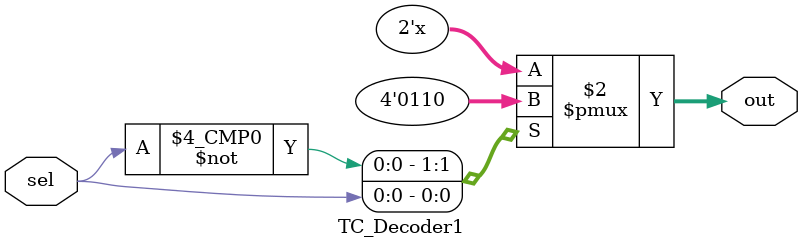
<source format=v>
module TC_Decoder1 (sel, out);
    input sel;
    output reg [1:0] out;

    always @ (sel)
    begin
        case(sel)
        1'b0 : out <=  2'b01;
        1'b1 : out <=  2'b10;
        endcase
    end 
endmodule


</source>
